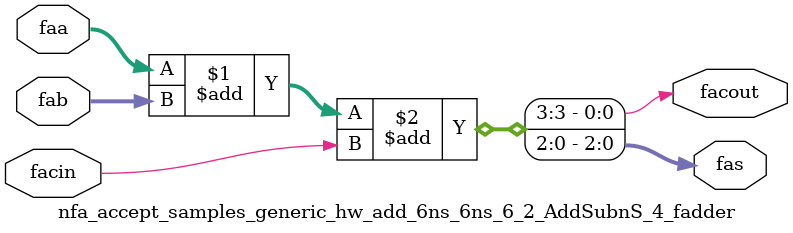
<source format=v>
module nfa_accept_samples_generic_hw_add_6ns_6ns_6_2_AddSubnS_4_fadder 
#(parameter
    N = 3
)(
    input  [N-1 : 0]  faa,
    input  [N-1 : 0]  fab,
    input  wire  facin,
    output [N-1 : 0]  fas,
    output wire  facout
);
assign {facout, fas} = faa + fab + facin;
endmodule
</source>
